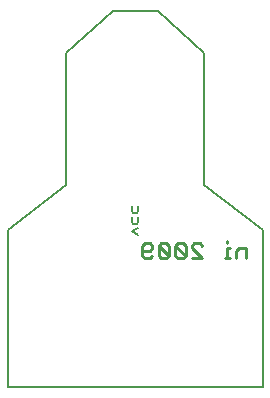
<source format=gbo>
G75*
G70*
%OFA0B0*%
%FSLAX24Y24*%
%IPPOS*%
%LPD*%
%AMOC8*
5,1,8,0,0,1.08239X$1,22.5*
%
%ADD10C,0.0080*%
%ADD11C,0.0060*%
%ADD12C,0.0090*%
D10*
X000141Y000141D02*
X008641Y000141D01*
X008641Y005391D01*
X006691Y006891D01*
X006691Y011291D01*
X005141Y012691D01*
X003641Y012691D01*
X002091Y011291D01*
X002091Y006891D01*
X000141Y005391D01*
X000141Y000141D01*
D11*
X004271Y005335D02*
X004498Y005448D01*
X004441Y005589D02*
X004328Y005589D01*
X004271Y005646D01*
X004271Y005816D01*
X004328Y005958D02*
X004271Y006014D01*
X004271Y006185D01*
X004328Y005958D02*
X004441Y005958D01*
X004498Y006014D01*
X004498Y006185D01*
X004498Y005816D02*
X004498Y005646D01*
X004441Y005589D01*
X004271Y005335D02*
X004498Y005221D01*
D12*
X004710Y004947D02*
X004881Y004947D01*
X004966Y004861D01*
X004966Y004776D01*
X004881Y004691D01*
X004625Y004691D01*
X004625Y004521D02*
X004625Y004861D01*
X004710Y004947D01*
X004625Y004521D02*
X004710Y004436D01*
X004881Y004436D01*
X004966Y004521D01*
X005178Y004521D02*
X005178Y004861D01*
X005518Y004521D01*
X005433Y004436D01*
X005263Y004436D01*
X005178Y004521D01*
X005178Y004861D02*
X005263Y004947D01*
X005433Y004947D01*
X005518Y004861D01*
X005518Y004521D01*
X005730Y004521D02*
X005815Y004436D01*
X005985Y004436D01*
X006070Y004521D01*
X005730Y004861D01*
X005730Y004521D01*
X005730Y004861D02*
X005815Y004947D01*
X005985Y004947D01*
X006070Y004861D01*
X006070Y004521D01*
X006283Y004436D02*
X006623Y004436D01*
X006283Y004776D01*
X006283Y004861D01*
X006368Y004947D01*
X006538Y004947D01*
X006623Y004861D01*
X007374Y004436D02*
X007544Y004436D01*
X007459Y004436D02*
X007459Y004776D01*
X007544Y004776D01*
X007459Y004947D02*
X007459Y005032D01*
X007756Y004691D02*
X007756Y004436D01*
X007756Y004691D02*
X007841Y004776D01*
X008096Y004776D01*
X008096Y004436D01*
M02*

</source>
